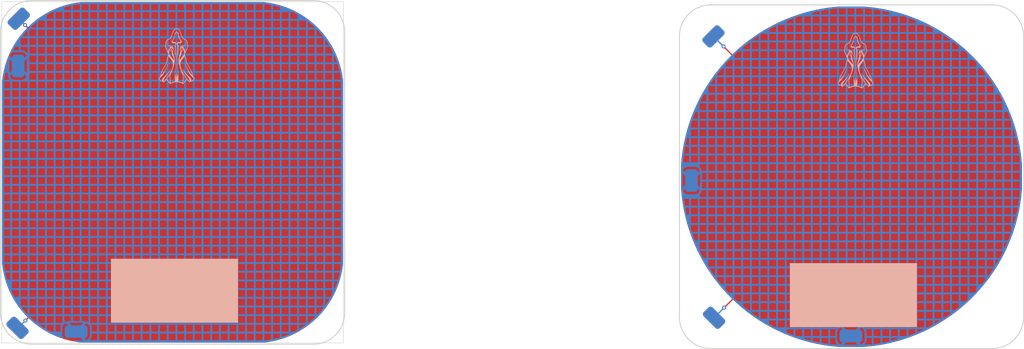
<source format=kicad_pcb>
(kicad_pcb (version 20221018) (generator pcbnew)
  (title_block (date "2024-12-03") (rev "v0.1") (company "Meow Wolf") (comment 1 "Daniel Bornhorst"))
  (layers (0 "F.Cu" signal) (31 "B.Cu" signal) (34 "B.Paste" user) (35 "F.Paste" user) (36 "B.SilkS" user "B.Silkscreen") (37 "F.SilkS" user "F.Silkscreen") (38 "B.Mask" user) (39 "F.Mask" user) (44 "Edge.Cuts" user))
  (net 0 "")
  (net 1 "GND")
  (net 2 "TOUCH")
  (footprint "0_touch_pad:SMD_Pad" (layer "B.Cu") (at 240.538 86.868 90)
    (fp_text reference "J2" hide)
    (fp_text value "Conn_01x01" hide)
    (pad "1" smd roundrect (at 0 0 90) (size 4.572 2.54) (layers "B.Cu" "B.Paste" "B.Mask") (net 1 "GND"))
  )
  (footprint "0_touch_pad:SMD_Pad" (layer "B.Cu") (at 105.029 54.229 45)
    (fp_text reference "J5" hide)
    (fp_text value "Conn_01x01" hide)
    (pad "1" smd roundrect (at 0 0 45) (size 4.572 2.54) (layers "B.Cu" "B.Paste" "B.Mask") (net 2 "TOUCH"))
  )
  (footprint "0_logo:GVH_Cloak_Figure" (layer "B.Cu") (at 273.558 62.865 180)
    (fp_text reference "REF**" hide)
    (fp_text value "GVH_Cloak_Figure" hide)
  )
  (footprint "0_touch_pad:SMD_Pad" (layer "B.Cu") (at 116.586 117.348)
    (fp_text reference "J1" hide)
    (fp_text value "Conn_01x01" hide)
    (pad "1" smd roundrect (at 0 0) (size 4.572 2.54) (layers "B.Cu" "B.Paste" "B.Mask") (net 1 "GND"))
  )
  (footprint "0_logo:GVH_Cloak_Figure" (layer "B.Cu") (at 136.779 61.976 180)
    (fp_text reference "REF**" hide)
    (fp_text value "GVH_Cloak_Figure" hide)
  )
  (footprint "0_touch_pad:SMD_Pad" (layer "B.Cu") (at 272.669 118.237)
    (fp_text reference "J1" hide)
    (fp_text value "Conn_01x01" hide)
    (pad "1" smd roundrect (at 0 0) (size 4.572 2.54) (layers "B.Cu" "B.Paste" "B.Mask") (net 1 "GND"))
  )
  (footprint "0_touch_pad:SMD_Pad" (layer "B.Cu") (at 244.983 57.785 45)
    (fp_text reference "J5" hide)
    (fp_text value "Conn_01x01" hide)
    (pad "1" smd roundrect (at 0 0 45) (size 4.572 2.54) (layers "B.Cu" "B.Paste" "B.Mask") (net 2 "TOUCH"))
  )
  (footprint "0_touch_pad:SMD_Pad" (layer "B.Cu") (at 245.11 114.554 -45)
    (fp_text reference "J4" hide)
    (fp_text value "Conn_01x01" hide)
    (pad "1" smd roundrect (at 0 0 315) (size 4.572 2.54) (layers "B.Cu" "B.Paste" "B.Mask") (net 2 "TOUCH"))
  )
  (footprint "0_touch_pad:SMD_Pad" (layer "B.Cu") (at 104.902 63.754 90)
    (fp_text reference "J2" hide)
    (fp_text value "Conn_01x01" hide)
    (pad "1" smd roundrect (at 0 0 90) (size 4.572 2.54) (layers "B.Cu" "B.Paste" "B.Mask") (net 1 "GND"))
  )
  (footprint "0_touch_pad:SMD_Pad" (layer "B.Cu") (at 104.775 116.586 -45)
    (fp_text reference "J4" hide)
    (fp_text value "Conn_01x01" hide)
    (pad "1" smd roundrect (at 0 0 315) (size 4.572 2.54) (layers "B.Cu" "B.Paste" "B.Mask") (net 2 "TOUCH"))
  )
  (gr_rect (start 260.477 103.632) (end 285.877 116.332) (stroke (width 0.2)) (fill solid) (layer "B.SilkS"))
  (gr_rect (start 123.698 102.743) (end 149.098 115.443) (stroke (width 0.2)) (fill solid) (layer "B.SilkS"))
  (gr_line (start 107.696 119.888) (end 164.338 119.888) (stroke (width 0.2)) (layer "Edge.Cuts"))
  (gr_line (start 101.346 56.896) (end 101.346 113.538) (stroke (width 0.2)) (layer "Edge.Cuts"))
  (gr_line (start 170.688 113.538) (end 170.688 56.896) (stroke (width 0.2)) (layer "Edge.Cuts"))
  (gr_rect (start 101.6 50.8) (end 170.434 119.634) (stroke (width 0.1)) (fill none) (layer "Edge.Cuts"))
  (gr_line (start 164.338 50.546) (end 107.696 50.546) (stroke (width 0.2)) (layer "Edge.Cuts"))
  (gr_arc (start 244.475 120.777) (mid 239.984872 118.917128) (end 238.125 114.427) (stroke (width 0.2)) (layer "Edge.Cuts"))
  (gr_line (start 244.475 120.777) (end 301.117 120.777) (stroke (width 0.2)) (layer "Edge.Cuts"))
  (gr_arc (start 238.125 57.785) (mid 239.984872 53.294872) (end 244.475 51.435) (stroke (width 0.2)) (layer "Edge.Cuts"))
  (gr_line (start 301.117 51.435) (end 244.475 51.435) (stroke (width 0.2)) (layer "Edge.Cuts"))
  (gr_arc (start 164.338 50.546) (mid 168.828128 52.405872) (end 170.688 56.896) (stroke (width 0.2)) (layer "Edge.Cuts"))
  (gr_line (start 307.467 114.427) (end 307.467 57.785) (stroke (width 0.2)) (layer "Edge.Cuts"))
  (gr_arc (start 301.117 51.435) (mid 305.607128 53.294872) (end 307.467 57.785) (stroke (width 0.2)) (layer "Edge.Cuts"))
  (gr_line (start 238.125 57.785) (end 238.125 114.427) (stroke (width 0.2)) (layer "Edge.Cuts"))
  (gr_arc (start 307.467 114.427) (mid 305.607128 118.917128) (end 301.117 120.777) (stroke (width 0.2)) (layer "Edge.Cuts"))
  (gr_arc (start 101.346 56.896) (mid 103.205872 52.405872) (end 107.696 50.546) (stroke (width 0.2)) (layer "Edge.Cuts"))
  (gr_arc (start 170.688 113.538) (mid 168.828128 118.028128) (end 164.338 119.888) (stroke (width 0.2)) (layer "Edge.Cuts"))
  (gr_arc (start 107.696 119.888) (mid 103.205872 118.028128) (end 101.346 113.538) (stroke (width 0.2)) (layer "Edge.Cuts"))
  (segment (start 106.3625 115.1255) (end 107.7595 113.7285) (width 0.254) (layer "F.Cu") (net 2))
  (segment (start 247.015 59.817) (end 250.063 62.865) (width 0.254) (layer "F.Cu") (net 2))
  (segment (start 106.299 55.499) (end 107.569 56.769) (width 0.254) (layer "F.Cu") (net 2))
  (segment (start 249.809 109.855) (end 247.142 112.522) (width 0.254) (layer "F.Cu") (net 2))
  (via (at 106.299 55.499) (size 0.8) (drill 0.4) (layers "F.Cu" "B.Cu") (net 2))
  (via (at 247.015 59.817) (size 0.8) (drill 0.4) (layers "F.Cu" "B.Cu") (net 2))
  (via (at 106.3625 115.1255) (size 0.8) (drill 0.4) (layers "F.Cu" "B.Cu") (net 2))
  (via (at 247.142 112.522) (size 0.8) (drill 0.4) (layers "F.Cu" "B.Cu") (net 2))
  (segment (start 105.029 54.229) (end 106.299 55.499) (width 0.254) (layer "B.Cu") (net 2))
  (segment (start 244.983 57.785) (end 247.015 59.817) (width 0.254) (layer "B.Cu") (net 2))
  (segment (start 105.41 116.078) (end 106.3625 115.1255) (width 0.254) (layer "B.Cu") (net 2))
  (segment (start 245.11 114.554) (end 247.142 112.522) (width 0.254) (layer "B.Cu") (net 2))
  (zone (net 2) (net_name "TOUCH") (layer "F.Cu") (connect_pads (clearance 0.5)) (min_thickness 0.25) (fill yes (thermal_gap 0.5) (thermal_bridge_width 0.5) (smoothing fillet) (radius 17.78))
    (polygon (pts (xy 101.6 50.8) (xy 170.434 50.8) (xy 170.434 119.634) (xy 101.6 119.634)))
  )
  (zone (net 2) (net_name "TOUCH") (layer "F.Cu") (connect_pads (clearance 0.5)) (min_thickness 0.25) (fill yes (thermal_gap 0.5) (thermal_bridge_width 0.5) (smoothing fillet) (radius 34.417))
    (polygon (pts (xy 238.379 51.689) (xy 307.213 51.689) (xy 307.213 120.523) (xy 238.379 120.523)))
  )
  (zone (net 1) (net_name "GND") (layer "B.Cu") (priority 1) (connect_pads (clearance 0.5)) (min_thickness 0.25) (fill yes (mode hatch) (thermal_gap 0.5) (thermal_bridge_width 0.5) (smoothing fillet) (radius 34.417) (hatch_thickness 0.381) (hatch_gap 1.3716) (hatch_orientation 0) (hatch_border_algorithm hatch_thickness) (hatch_min_hole_area 0.3))
    (polygon (pts (xy 238.379 51.689) (xy 307.213 51.689) (xy 307.213 120.523) (xy 238.379 120.523)))
  )
  (zone (net 1) (net_name "GND") (layer "B.Cu") (priority 1) (connect_pads (clearance 0.5)) (min_thickness 0.25) (fill yes (mode hatch) (thermal_gap 0.5) (thermal_bridge_width 0.5) (smoothing fillet) (radius 17.78) (hatch_thickness 0.381) (hatch_gap 1.3716) (hatch_orientation 0) (hatch_border_algorithm hatch_thickness) (hatch_min_hole_area 0.3))
    (polygon (pts (xy 101.6 50.8) (xy 170.434 50.8) (xy 170.434 119.634) (xy 101.6 119.634)))
  )
)
</source>
